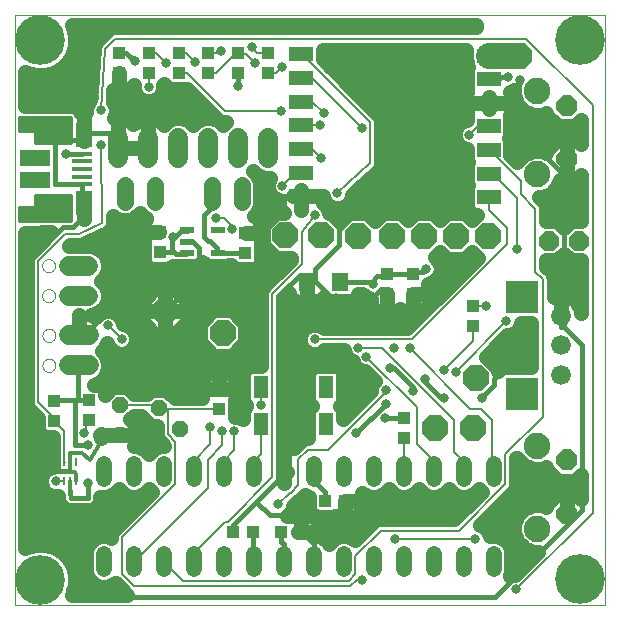
<source format=gbl>
G75*
%MOIN*%
%OFA0B0*%
%FSLAX24Y24*%
%IPPOS*%
%LPD*%
%AMOC8*
5,1,8,0,0,1.08239X$1,22.5*
%
%ADD10C,0.0000*%
%ADD11R,0.0551X0.0630*%
%ADD12R,0.0394X0.0433*%
%ADD13R,0.0433X0.0394*%
%ADD14OC8,0.0850*%
%ADD15R,0.0472X0.0217*%
%ADD16C,0.0520*%
%ADD17R,0.0512X0.0748*%
%ADD18R,0.0112X0.0276*%
%ADD19R,0.0673X0.0157*%
%ADD20R,0.0575X0.0787*%
%ADD21R,0.0984X0.0541*%
%ADD22C,0.0160*%
%ADD23C,0.0560*%
%ADD24OC8,0.0660*%
%ADD25OC8,0.0700*%
%ADD26C,0.0885*%
%ADD27C,0.0660*%
%ADD28R,0.1102X0.1102*%
%ADD29C,0.0660*%
%ADD30C,0.0650*%
%ADD31R,0.0787X0.0512*%
%ADD32OC8,0.0560*%
%ADD33OC8,0.0520*%
%ADD34C,0.0317*%
%ADD35C,0.0120*%
%ADD36C,0.0500*%
%ADD37C,0.0080*%
%ADD38C,0.0860*%
%ADD39C,0.1660*%
D10*
X000350Y000350D02*
X000350Y020035D01*
X020035Y020035D01*
X020035Y000350D01*
X000350Y000350D01*
X001267Y008344D02*
X001269Y008373D01*
X001275Y008401D01*
X001284Y008429D01*
X001297Y008455D01*
X001314Y008478D01*
X001333Y008500D01*
X001355Y008519D01*
X001380Y008534D01*
X001406Y008547D01*
X001434Y008555D01*
X001462Y008560D01*
X001491Y008561D01*
X001520Y008558D01*
X001548Y008551D01*
X001575Y008541D01*
X001601Y008527D01*
X001624Y008510D01*
X001645Y008490D01*
X001663Y008467D01*
X001678Y008442D01*
X001689Y008415D01*
X001697Y008387D01*
X001701Y008358D01*
X001701Y008330D01*
X001697Y008301D01*
X001689Y008273D01*
X001678Y008246D01*
X001663Y008221D01*
X001645Y008198D01*
X001624Y008178D01*
X001601Y008161D01*
X001575Y008147D01*
X001548Y008137D01*
X001520Y008130D01*
X001491Y008127D01*
X001462Y008128D01*
X001434Y008133D01*
X001406Y008141D01*
X001380Y008154D01*
X001355Y008169D01*
X001333Y008188D01*
X001314Y008210D01*
X001297Y008233D01*
X001284Y008259D01*
X001275Y008287D01*
X001269Y008315D01*
X001267Y008344D01*
X001267Y009344D02*
X001269Y009373D01*
X001275Y009401D01*
X001284Y009429D01*
X001297Y009455D01*
X001314Y009478D01*
X001333Y009500D01*
X001355Y009519D01*
X001380Y009534D01*
X001406Y009547D01*
X001434Y009555D01*
X001462Y009560D01*
X001491Y009561D01*
X001520Y009558D01*
X001548Y009551D01*
X001575Y009541D01*
X001601Y009527D01*
X001624Y009510D01*
X001645Y009490D01*
X001663Y009467D01*
X001678Y009442D01*
X001689Y009415D01*
X001697Y009387D01*
X001701Y009358D01*
X001701Y009330D01*
X001697Y009301D01*
X001689Y009273D01*
X001678Y009246D01*
X001663Y009221D01*
X001645Y009198D01*
X001624Y009178D01*
X001601Y009161D01*
X001575Y009147D01*
X001548Y009137D01*
X001520Y009130D01*
X001491Y009127D01*
X001462Y009128D01*
X001434Y009133D01*
X001406Y009141D01*
X001380Y009154D01*
X001355Y009169D01*
X001333Y009188D01*
X001314Y009210D01*
X001297Y009233D01*
X001284Y009259D01*
X001275Y009287D01*
X001269Y009315D01*
X001267Y009344D01*
X001259Y010670D02*
X001261Y010699D01*
X001267Y010727D01*
X001276Y010755D01*
X001289Y010781D01*
X001306Y010804D01*
X001325Y010826D01*
X001347Y010845D01*
X001372Y010860D01*
X001398Y010873D01*
X001426Y010881D01*
X001454Y010886D01*
X001483Y010887D01*
X001512Y010884D01*
X001540Y010877D01*
X001567Y010867D01*
X001593Y010853D01*
X001616Y010836D01*
X001637Y010816D01*
X001655Y010793D01*
X001670Y010768D01*
X001681Y010741D01*
X001689Y010713D01*
X001693Y010684D01*
X001693Y010656D01*
X001689Y010627D01*
X001681Y010599D01*
X001670Y010572D01*
X001655Y010547D01*
X001637Y010524D01*
X001616Y010504D01*
X001593Y010487D01*
X001567Y010473D01*
X001540Y010463D01*
X001512Y010456D01*
X001483Y010453D01*
X001454Y010454D01*
X001426Y010459D01*
X001398Y010467D01*
X001372Y010480D01*
X001347Y010495D01*
X001325Y010514D01*
X001306Y010536D01*
X001289Y010559D01*
X001276Y010585D01*
X001267Y010613D01*
X001261Y010641D01*
X001259Y010670D01*
X001259Y011670D02*
X001261Y011699D01*
X001267Y011727D01*
X001276Y011755D01*
X001289Y011781D01*
X001306Y011804D01*
X001325Y011826D01*
X001347Y011845D01*
X001372Y011860D01*
X001398Y011873D01*
X001426Y011881D01*
X001454Y011886D01*
X001483Y011887D01*
X001512Y011884D01*
X001540Y011877D01*
X001567Y011867D01*
X001593Y011853D01*
X001616Y011836D01*
X001637Y011816D01*
X001655Y011793D01*
X001670Y011768D01*
X001681Y011741D01*
X001689Y011713D01*
X001693Y011684D01*
X001693Y011656D01*
X001689Y011627D01*
X001681Y011599D01*
X001670Y011572D01*
X001655Y011547D01*
X001637Y011524D01*
X001616Y011504D01*
X001593Y011487D01*
X001567Y011473D01*
X001540Y011463D01*
X001512Y011456D01*
X001483Y011453D01*
X001454Y011454D01*
X001426Y011459D01*
X001398Y011467D01*
X001372Y011480D01*
X001347Y011495D01*
X001325Y011514D01*
X001306Y011536D01*
X001289Y011559D01*
X001276Y011585D01*
X001267Y011613D01*
X001261Y011641D01*
X001259Y011670D01*
D11*
X010094Y011135D03*
X011197Y011135D03*
D12*
X012755Y011381D03*
X012755Y010712D03*
X013618Y010708D03*
X013618Y011377D03*
X008032Y012093D03*
X008032Y012762D03*
X005179Y012786D03*
X005179Y012117D03*
X003814Y018089D03*
X003814Y018758D03*
X006789Y018758D03*
X006789Y018089D03*
D13*
X007787Y018089D03*
X007787Y018758D03*
X008807Y018758D03*
X008807Y018089D03*
X005812Y018089D03*
X005812Y018758D03*
X004812Y018758D03*
X004812Y018089D03*
X015613Y010319D03*
X015613Y009650D03*
X013327Y006585D03*
X013327Y005916D03*
X011372Y003824D03*
X010703Y003824D03*
X009905Y002795D03*
X009236Y002795D03*
X008277Y002805D03*
X007608Y002805D03*
X002812Y006508D03*
X001669Y006501D03*
X001669Y007170D03*
X002812Y007177D03*
X007156Y006893D03*
X007156Y007562D03*
D14*
X007280Y009422D03*
X005350Y010143D03*
X009367Y012677D03*
X010565Y012684D03*
X011781Y012670D03*
X012939Y012664D03*
X014000Y012659D03*
X015063Y012654D03*
X016128Y012653D03*
X015714Y007923D03*
X015630Y006269D03*
X014371Y006258D03*
X017168Y018666D03*
D15*
X007119Y012844D03*
X006095Y012844D03*
X006095Y012470D03*
X006095Y012096D03*
X007119Y012096D03*
D16*
X007317Y005065D02*
X007317Y004545D01*
X006317Y004545D02*
X006317Y005065D01*
X005317Y005065D02*
X005317Y004545D01*
X004317Y004545D02*
X004317Y005065D01*
X003317Y005065D02*
X003317Y004545D01*
X003317Y002065D02*
X003317Y001545D01*
X004317Y001545D02*
X004317Y002065D01*
X005317Y002065D02*
X005317Y001545D01*
X006317Y001545D02*
X006317Y002065D01*
X007317Y002065D02*
X007317Y001545D01*
X008317Y001545D02*
X008317Y002065D01*
X009317Y002065D02*
X009317Y001545D01*
X010317Y001545D02*
X010317Y002065D01*
X011317Y002065D02*
X011317Y001545D01*
X012317Y001545D02*
X012317Y002065D01*
X013317Y002065D02*
X013317Y001545D01*
X014317Y001545D02*
X014317Y002065D01*
X015317Y002065D02*
X015317Y001545D01*
X016317Y001545D02*
X016317Y002065D01*
X016317Y004545D02*
X016317Y005065D01*
X015317Y005065D02*
X015317Y004545D01*
X014317Y004545D02*
X014317Y005065D01*
X013317Y005065D02*
X013317Y004545D01*
X012317Y004545D02*
X012317Y005065D01*
X011317Y005065D02*
X011317Y004545D01*
X010317Y004545D02*
X010317Y005065D01*
X009317Y005065D02*
X009317Y004545D01*
X008317Y004545D02*
X008317Y005065D01*
D17*
X008549Y006375D03*
X008549Y007635D03*
X010714Y007635D03*
X010714Y006375D03*
D18*
X002401Y005134D03*
X002204Y005134D03*
X002007Y005134D03*
X002007Y004484D03*
X002204Y004484D03*
X002401Y004484D03*
D19*
X002598Y014382D03*
X002598Y014638D03*
X002598Y014894D03*
X002598Y015150D03*
X002598Y015406D03*
D20*
X002649Y016036D03*
X002649Y013752D03*
D21*
X001011Y014525D03*
X001011Y015263D03*
D22*
X001069Y015779D02*
X002179Y015779D01*
X002179Y016596D01*
X001167Y016596D01*
X001169Y016595D01*
X000539Y016595D01*
X000537Y016200D01*
X001069Y016200D01*
X002179Y016200D01*
X002179Y016042D02*
X001069Y016042D01*
X001069Y016200D02*
X001069Y015779D01*
X001069Y015883D02*
X002179Y015883D01*
X002649Y015850D02*
X001689Y015850D01*
X001689Y014382D01*
X002598Y014382D01*
X002594Y014381D01*
X002594Y013752D01*
X002649Y013752D01*
X002649Y013752D01*
X002594Y013752D02*
X002594Y013256D01*
X002279Y012941D01*
X001956Y012941D01*
X000909Y011893D01*
X000909Y004815D01*
X002204Y004815D01*
X002796Y004434D02*
X002796Y003934D01*
X002208Y003934D01*
X002208Y003957D01*
X002206Y004042D01*
X002207Y004168D01*
X000909Y004815D02*
X000909Y003358D01*
X003641Y000626D01*
X016350Y000626D01*
X019263Y003539D01*
X019263Y009011D01*
X018665Y009610D01*
X018568Y009610D01*
X018568Y009996D01*
X018665Y009610D02*
X018665Y014681D01*
X017169Y016177D01*
X017169Y017728D01*
X017185Y017744D01*
X017185Y017854D01*
X016783Y017948D02*
X016555Y017948D01*
X016500Y017893D01*
X016145Y017893D01*
X016145Y017886D01*
X016004Y017153D02*
X016145Y017099D01*
X016145Y017106D01*
X016145Y017099D01*
X016004Y017153D01*
X012397Y017515D02*
X012397Y014114D01*
X011242Y012958D01*
X010492Y013987D01*
X009895Y013987D01*
X008850Y013987D01*
X008850Y013350D01*
X008350Y013350D01*
X008350Y012850D01*
X008032Y012850D01*
X008032Y012762D01*
X008032Y012093D02*
X008027Y012090D01*
X007122Y012090D01*
X007119Y012096D01*
X007106Y012177D01*
X007106Y012256D01*
X006870Y012492D01*
X006783Y012492D01*
X006641Y012633D01*
X006641Y013366D01*
X006909Y013633D01*
X006909Y014059D01*
X006916Y014063D01*
X006095Y012844D02*
X006090Y012838D01*
X005885Y012838D01*
X005641Y012594D01*
X005618Y012618D01*
X005641Y012594D02*
X005594Y012547D01*
X005594Y012114D01*
X005185Y012114D01*
X005179Y012117D01*
X005594Y012114D02*
X005673Y012114D01*
X005712Y012074D01*
X006074Y012074D01*
X006090Y012090D01*
X006095Y012096D01*
X006295Y012468D02*
X006492Y012271D01*
X006492Y011287D01*
X005350Y010145D01*
X005350Y010143D01*
X005271Y010114D01*
X003437Y010114D01*
X002673Y009350D01*
X002492Y009350D01*
X002484Y009344D01*
X002484Y009350D01*
X002484Y008344D02*
X002468Y008263D01*
X002468Y007177D01*
X002346Y007177D01*
X002346Y005704D01*
X002796Y005704D01*
X003350Y006030D02*
X003849Y006030D01*
X002812Y007177D02*
X002807Y007177D01*
X002468Y007177D01*
X002346Y007177D02*
X001673Y007177D01*
X001669Y007170D01*
X002484Y008342D02*
X002484Y008344D01*
X009130Y010649D02*
X009130Y004964D01*
X009317Y004805D01*
X009200Y005027D01*
X009317Y004805D01*
X009311Y004799D01*
X009311Y004712D01*
X008399Y003801D01*
X008399Y003795D01*
X008850Y003350D01*
X009850Y003350D01*
X009850Y002795D01*
X009905Y002795D01*
X009909Y002791D01*
X010311Y002389D01*
X010311Y001807D01*
X010317Y001805D01*
X009326Y001815D02*
X009326Y002381D01*
X009240Y002468D01*
X009240Y002791D01*
X009236Y002795D01*
X008279Y002799D02*
X008277Y002805D01*
X008279Y002799D02*
X008279Y001838D01*
X008311Y001807D01*
X008317Y001805D01*
X009317Y001805D02*
X009319Y001807D01*
X009326Y001815D01*
X007610Y002807D02*
X007608Y002805D01*
X007610Y002807D02*
X007610Y003011D01*
X008399Y003801D01*
X010319Y004500D02*
X010319Y004799D01*
X010317Y004805D01*
X010319Y004500D02*
X010696Y004122D01*
X010696Y003830D01*
X010703Y003824D01*
X011736Y006082D02*
X012720Y007067D01*
X012689Y006578D02*
X013326Y006578D01*
X013327Y006585D01*
X014019Y007783D02*
X014547Y007256D01*
X014665Y007256D01*
X013610Y007500D02*
X013610Y007626D01*
X012988Y008248D01*
X012870Y008248D01*
X014019Y007901D02*
X014019Y007783D01*
X015917Y007256D02*
X015988Y007326D01*
X015988Y007366D01*
X016319Y007696D01*
X016319Y007901D01*
X017334Y008917D01*
X013074Y010137D02*
X012752Y010460D01*
X012752Y010696D01*
X012744Y010704D01*
X012744Y010712D01*
X012752Y010720D01*
X012752Y010878D01*
X012563Y010878D01*
X012263Y010578D01*
X011051Y010578D01*
X010555Y010578D02*
X010405Y010578D01*
X010098Y010885D01*
X010098Y011122D01*
X010106Y011130D01*
X010106Y011137D01*
X010098Y011145D01*
X010098Y011366D01*
X010090Y011374D01*
X009854Y011374D01*
X009130Y010649D01*
X010358Y011153D02*
X012011Y009500D01*
X012720Y009500D01*
X012287Y011059D02*
X012256Y011137D01*
X012437Y011319D01*
X012712Y011319D01*
X012755Y011381D01*
X012759Y011381D01*
X013618Y011381D01*
X013618Y011377D01*
X013657Y011452D01*
X013948Y011452D01*
X014059Y011563D01*
X012256Y011137D02*
X011200Y011137D01*
X011197Y011135D01*
X010358Y011153D02*
X010358Y011547D01*
X011153Y012342D01*
X011153Y012870D01*
X011242Y012958D01*
X006295Y012468D02*
X006098Y012468D01*
X006095Y012470D01*
X002179Y013185D02*
X001167Y013185D01*
X001165Y013184D01*
X000535Y013184D01*
X000537Y013581D01*
X001069Y013581D01*
X001069Y014002D01*
X002179Y014002D01*
X002179Y013185D01*
X002179Y013189D02*
X000535Y013189D01*
X000536Y013347D02*
X002179Y013347D01*
X002179Y013506D02*
X000537Y013506D01*
X001069Y013664D02*
X002179Y013664D01*
X002179Y013823D02*
X001069Y013823D01*
X001069Y013981D02*
X002179Y013981D01*
X002063Y015405D02*
X002594Y015405D01*
X002598Y015406D01*
X002649Y015850D02*
X002649Y016036D01*
X002649Y016100D01*
X003100Y016100D01*
X003850Y016089D01*
X003804Y015589D01*
X002179Y016359D02*
X000538Y016359D01*
X000538Y016517D02*
X002179Y016517D01*
X004350Y018476D02*
X004074Y018752D01*
X003815Y018752D01*
X003814Y018758D01*
X007787Y018089D02*
X007791Y018082D01*
X007791Y017641D01*
D23*
X007916Y014343D02*
X007916Y013783D01*
X006916Y013783D02*
X006916Y014343D01*
X005021Y014350D02*
X005021Y013790D01*
X004021Y013790D02*
X004021Y014350D01*
D24*
X018157Y012502D03*
X019157Y012502D03*
D25*
X018753Y015208D03*
X018753Y016988D03*
X018753Y005177D03*
X018753Y003397D03*
D26*
X017773Y002907D03*
X017773Y005667D03*
X017773Y014718D03*
X017773Y017478D03*
D27*
X018568Y009996D03*
X018568Y009011D03*
X018568Y008027D03*
D28*
X017268Y007397D03*
X017268Y010626D03*
D29*
X008804Y015259D02*
X008804Y015919D01*
X007804Y015919D02*
X007804Y015259D01*
X006804Y015259D02*
X006804Y015919D01*
X005804Y015919D02*
X005804Y015259D01*
X004804Y015259D02*
X004804Y015919D01*
X003804Y015919D02*
X003804Y015259D01*
D30*
X002801Y011670D02*
X002151Y011670D01*
X002151Y010670D02*
X002801Y010670D01*
X002809Y009344D02*
X002160Y009344D01*
X002160Y008344D02*
X002809Y008344D01*
D31*
X009895Y013987D03*
X009895Y014774D03*
X009895Y015561D03*
X009895Y016349D03*
X009895Y017136D03*
X009895Y017924D03*
X009895Y018711D03*
X016145Y018674D03*
X016145Y017886D03*
X016145Y017099D03*
X016145Y016311D03*
X016145Y015524D03*
X016145Y014737D03*
X016145Y013949D03*
D32*
X005153Y006930D03*
X005853Y006230D03*
D33*
X003849Y006030D03*
X003849Y007030D03*
D34*
X002665Y006082D03*
X002796Y005704D03*
X002796Y004434D03*
X001712Y004484D03*
X006870Y006303D03*
X007271Y006145D03*
X007673Y006145D03*
X008547Y007019D03*
X011736Y006082D03*
X012689Y006578D03*
X012720Y007067D03*
X012720Y007523D03*
X013610Y007500D03*
X014019Y007901D03*
X014641Y008193D03*
X015043Y008137D03*
X014665Y007256D03*
X015917Y007256D03*
X017334Y008917D03*
X016736Y009830D03*
X016074Y010326D03*
X014059Y011563D03*
X012287Y011059D03*
X011051Y010578D03*
X010555Y010578D03*
X012720Y009500D03*
X012988Y008933D03*
X013523Y008909D03*
X012870Y008248D03*
X012074Y008633D03*
X011799Y008933D03*
X010342Y009216D03*
X013074Y010137D03*
X017106Y012224D03*
X011100Y014082D03*
X010350Y013350D03*
X009271Y014334D03*
X010563Y015256D03*
X010531Y016342D03*
X010649Y016744D03*
X011909Y016271D03*
X012397Y017515D03*
X009263Y018279D03*
X008374Y018413D03*
X008248Y018941D03*
X007224Y018838D03*
X006350Y018460D03*
X005389Y018421D03*
X004350Y018476D03*
X004815Y017633D03*
X003224Y016850D03*
X003224Y015704D03*
X002063Y015405D03*
X007043Y013263D03*
X007594Y012901D03*
X005618Y012618D03*
X003460Y009681D03*
X003917Y009224D03*
X009133Y003708D03*
X013027Y002555D03*
X011917Y001200D03*
X015704Y002555D03*
X017067Y000885D03*
X015507Y016035D03*
X016783Y017948D03*
X017185Y017854D03*
X009210Y016815D03*
X007791Y017641D03*
D35*
X003350Y006030D02*
X002850Y005179D01*
X002600Y005429D01*
X002204Y005429D01*
X002204Y005134D01*
X002204Y004815D01*
X002204Y004799D01*
X002350Y004799D01*
X002401Y004734D01*
X002401Y004484D01*
X002204Y004484D02*
X002205Y004215D01*
X002207Y004168D01*
D36*
X001796Y003995D02*
X001795Y003964D01*
X001798Y003959D01*
X001798Y003953D01*
X001798Y003852D01*
X001860Y003701D01*
X001975Y003586D01*
X002126Y003524D01*
X002878Y003524D01*
X003028Y003586D01*
X003144Y003701D01*
X003206Y003852D01*
X003206Y003955D01*
X003435Y003955D01*
X003651Y004045D01*
X003817Y004211D01*
X003983Y004045D01*
X004200Y003955D01*
X004435Y003955D01*
X004651Y004045D01*
X004817Y004211D01*
X004910Y004118D01*
X003619Y002827D01*
X003563Y002691D01*
X003563Y002602D01*
X003435Y002655D01*
X003200Y002655D01*
X002983Y002565D01*
X002817Y002399D01*
X002727Y002183D01*
X002727Y001428D01*
X002817Y001211D01*
X002983Y001045D01*
X003200Y000955D01*
X003435Y000955D01*
X003651Y001045D01*
X003703Y001096D01*
X003723Y001076D01*
X004099Y000700D01*
X002251Y000700D01*
X002281Y000752D01*
X002360Y001047D01*
X002360Y001353D01*
X002281Y001648D01*
X002128Y001912D01*
X001912Y002128D01*
X001648Y002281D01*
X001353Y002360D01*
X001047Y002360D01*
X000752Y002281D01*
X000700Y002251D01*
X000700Y012774D01*
X001106Y012774D01*
X001128Y012768D01*
X001187Y012774D01*
X001246Y012774D01*
X001249Y012775D01*
X001551Y012775D01*
X000800Y012024D01*
X000744Y011888D01*
X000744Y011741D01*
X000744Y007064D01*
X000800Y006928D01*
X000904Y006824D01*
X001123Y006605D01*
X001123Y006238D01*
X001173Y006117D01*
X001266Y006024D01*
X001387Y005974D01*
X001634Y005974D01*
X001634Y005367D01*
X001621Y005337D01*
X001621Y005150D01*
X001612Y005064D01*
X001621Y005033D01*
X001621Y004972D01*
X001615Y004972D01*
X001436Y004898D01*
X001298Y004761D01*
X001224Y004581D01*
X001224Y004387D01*
X001298Y004207D01*
X001436Y004070D01*
X001615Y003995D01*
X001796Y003995D01*
X001803Y003840D02*
X000700Y003840D01*
X000700Y003341D02*
X004133Y003341D01*
X004631Y003840D02*
X003201Y003840D01*
X003634Y002843D02*
X000700Y002843D01*
X000700Y002344D02*
X000988Y002344D01*
X001412Y002344D02*
X002794Y002344D01*
X002727Y001846D02*
X002167Y001846D01*
X002360Y001347D02*
X002761Y001347D01*
X002307Y000849D02*
X003950Y000849D01*
X009438Y003322D02*
X009548Y003432D01*
X009622Y003611D01*
X009622Y003673D01*
X009718Y003770D01*
X009772Y003792D01*
X009876Y003896D01*
X010013Y004033D01*
X010157Y003973D01*
X010157Y003561D01*
X010207Y003440D01*
X010300Y003347D01*
X010421Y003297D01*
X010985Y003297D01*
X011012Y003308D01*
X011054Y003290D01*
X011121Y003277D01*
X011372Y003277D01*
X011372Y003824D01*
X011372Y003824D01*
X011939Y003824D01*
X011939Y004055D01*
X011931Y004098D01*
X011983Y004045D01*
X012200Y003955D01*
X012435Y003955D01*
X012651Y004045D01*
X012817Y004211D01*
X012983Y004045D01*
X013200Y003955D01*
X013435Y003955D01*
X013651Y004045D01*
X013817Y004211D01*
X013983Y004045D01*
X014200Y003955D01*
X014435Y003955D01*
X014651Y004045D01*
X014817Y004211D01*
X014983Y004045D01*
X015200Y003955D01*
X015435Y003955D01*
X015651Y004045D01*
X015817Y004211D01*
X015910Y004118D01*
X015000Y003208D01*
X012473Y003208D01*
X012337Y003152D01*
X011701Y002516D01*
X011651Y002565D01*
X011435Y002655D01*
X011200Y002655D01*
X010983Y002565D01*
X010824Y002406D01*
X010783Y002463D01*
X010715Y002531D01*
X010637Y002587D01*
X010551Y002631D01*
X010471Y002657D01*
X010471Y002795D01*
X009905Y002795D01*
X009905Y002795D01*
X009782Y002795D01*
X009782Y002795D01*
X009905Y002795D01*
X009905Y002795D01*
X010471Y002795D01*
X010471Y003027D01*
X010458Y003094D01*
X010432Y003158D01*
X010393Y003215D01*
X010345Y003264D01*
X010287Y003302D01*
X010224Y003329D01*
X010156Y003342D01*
X009905Y003342D01*
X009905Y002795D01*
X009905Y002795D01*
X009905Y003342D01*
X009654Y003342D01*
X009586Y003329D01*
X009544Y003311D01*
X009518Y003322D01*
X009438Y003322D01*
X009457Y003341D02*
X009648Y003341D01*
X009905Y003341D02*
X009905Y003341D01*
X010162Y003341D02*
X010315Y003341D01*
X010157Y003840D02*
X009819Y003840D01*
X009317Y004415D02*
X009317Y004805D01*
X009295Y004805D01*
X009295Y004805D01*
X009317Y004805D01*
X009317Y004805D01*
X009317Y004805D01*
X009317Y004415D01*
X009317Y004415D01*
X009317Y004805D02*
X009437Y004805D01*
X009437Y004805D01*
X009317Y004805D01*
X009317Y005675D01*
X009295Y005675D01*
X009295Y010575D01*
X009475Y010755D01*
X009482Y010718D01*
X009509Y010654D01*
X009547Y010596D01*
X009596Y010548D01*
X009653Y010509D01*
X009717Y010483D01*
X009784Y010470D01*
X010094Y010470D01*
X010094Y011135D01*
X010094Y011135D01*
X010094Y010470D01*
X010404Y010470D01*
X010472Y010483D01*
X010536Y010509D01*
X010593Y010548D01*
X010642Y010596D01*
X010656Y010618D01*
X010734Y010540D01*
X010856Y010490D01*
X011538Y010490D01*
X011659Y010540D01*
X011752Y010633D01*
X011791Y010727D01*
X011928Y010727D01*
X012010Y010645D01*
X012190Y010570D01*
X012209Y010570D01*
X012209Y010461D01*
X012222Y010393D01*
X012248Y010329D01*
X012287Y010272D01*
X012335Y010223D01*
X012393Y010185D01*
X012457Y010158D01*
X012524Y010145D01*
X012755Y010145D01*
X012755Y010712D01*
X012755Y010712D01*
X012755Y010145D01*
X012987Y010145D01*
X013054Y010158D01*
X013118Y010185D01*
X013175Y010223D01*
X013185Y010233D01*
X013198Y010220D01*
X013255Y010181D01*
X013319Y010155D01*
X013387Y010142D01*
X013618Y010142D01*
X013849Y010142D01*
X013917Y010155D01*
X013981Y010181D01*
X014038Y010220D01*
X014087Y010268D01*
X014125Y010326D01*
X014151Y010389D01*
X014165Y010457D01*
X014165Y010708D01*
X013618Y010708D01*
X013618Y010708D01*
X013618Y010142D01*
X013618Y010708D01*
X013618Y010708D01*
X014165Y010708D01*
X014165Y010959D01*
X014151Y011027D01*
X014134Y011069D01*
X014136Y011074D01*
X014156Y011074D01*
X014335Y011149D01*
X014473Y011286D01*
X014547Y011465D01*
X014547Y011660D01*
X014473Y011839D01*
X014360Y011952D01*
X014529Y012120D01*
X014750Y011899D01*
X015375Y011899D01*
X015595Y012118D01*
X015776Y011937D01*
X013425Y009586D01*
X010663Y009586D01*
X010619Y009630D01*
X010439Y009705D01*
X010245Y009705D01*
X010065Y009630D01*
X009928Y009493D01*
X009854Y009313D01*
X009854Y009119D01*
X009928Y008939D01*
X010065Y008802D01*
X010245Y008728D01*
X010439Y008728D01*
X010619Y008802D01*
X010663Y008846D01*
X011310Y008846D01*
X011310Y008836D01*
X011385Y008656D01*
X011522Y008519D01*
X011608Y008483D01*
X011660Y008357D01*
X011798Y008219D01*
X011977Y008145D01*
X012040Y008145D01*
X012345Y007839D01*
X012306Y007800D01*
X012232Y007620D01*
X012232Y007503D01*
X011300Y006571D01*
X011300Y006815D01*
X011250Y006936D01*
X011181Y007005D01*
X011250Y007074D01*
X011300Y007195D01*
X011300Y008074D01*
X011250Y008196D01*
X011157Y008289D01*
X011036Y008339D01*
X010393Y008339D01*
X010271Y008289D01*
X010178Y008196D01*
X010128Y008074D01*
X010128Y007195D01*
X010178Y007074D01*
X010247Y007005D01*
X010178Y006936D01*
X010128Y006815D01*
X010128Y005935D01*
X010139Y005909D01*
X010056Y005909D01*
X009920Y005853D01*
X009647Y005580D01*
X009637Y005587D01*
X009551Y005631D01*
X009460Y005660D01*
X009365Y005675D01*
X009317Y005675D01*
X009317Y004805D01*
X009317Y004805D01*
X009317Y004805D01*
X009317Y004837D02*
X009317Y004837D01*
X009317Y005335D02*
X009317Y005335D01*
X009295Y005834D02*
X009901Y005834D01*
X010128Y006332D02*
X009295Y006332D01*
X009295Y006831D02*
X010135Y006831D01*
X010128Y007329D02*
X009295Y007329D01*
X009295Y007828D02*
X010128Y007828D01*
X010362Y008326D02*
X009295Y008326D01*
X008555Y008339D02*
X008227Y008339D01*
X008106Y008289D01*
X008013Y008196D01*
X007963Y008074D01*
X007963Y007195D01*
X008013Y007074D01*
X008058Y007029D01*
X008058Y006981D01*
X008013Y006936D01*
X007963Y006815D01*
X007963Y006546D01*
X007950Y006559D01*
X007770Y006634D01*
X007703Y006634D01*
X007703Y007156D01*
X007684Y007202D01*
X007710Y007264D01*
X007723Y007331D01*
X007723Y007562D01*
X007156Y007562D01*
X006590Y007562D01*
X006590Y007331D01*
X006603Y007264D01*
X006603Y007263D01*
X005682Y007263D01*
X005405Y007540D01*
X004900Y007540D01*
X004757Y007397D01*
X004316Y007397D01*
X004093Y007620D01*
X003604Y007620D01*
X003359Y007374D01*
X003359Y007439D01*
X003309Y007561D01*
X003216Y007654D01*
X003094Y007704D01*
X002975Y007704D01*
X003180Y007789D01*
X003364Y007973D01*
X003464Y008214D01*
X003464Y008474D01*
X003364Y008715D01*
X003249Y008831D01*
X003255Y008836D01*
X003318Y008898D01*
X003372Y008968D01*
X003416Y009045D01*
X003439Y009101D01*
X003503Y008947D01*
X003640Y008810D01*
X003820Y008736D01*
X004014Y008736D01*
X004194Y008810D01*
X004331Y008947D01*
X004405Y009127D01*
X004405Y009321D01*
X004331Y009501D01*
X004194Y009638D01*
X004014Y009712D01*
X003952Y009712D01*
X003949Y009716D01*
X003949Y009778D01*
X003874Y009957D01*
X003737Y010095D01*
X003557Y010169D01*
X003363Y010169D01*
X003184Y010095D01*
X003059Y009971D01*
X003027Y009984D01*
X002941Y010007D01*
X002878Y010016D01*
X002931Y010016D01*
X003172Y010115D01*
X003356Y010299D01*
X003456Y010540D01*
X003456Y010801D01*
X003356Y011041D01*
X003227Y011170D01*
X003356Y011299D01*
X003456Y011540D01*
X003456Y011801D01*
X003356Y012041D01*
X003172Y012225D01*
X002931Y012325D01*
X002148Y012325D01*
X002188Y012366D01*
X002419Y012366D01*
X002428Y012363D01*
X002492Y012366D01*
X002557Y012366D01*
X002566Y012369D01*
X002575Y012370D01*
X002633Y012397D01*
X002693Y012422D01*
X002700Y012428D01*
X003415Y012765D01*
X003478Y012792D01*
X003482Y012796D01*
X003487Y012798D01*
X003533Y012848D01*
X003580Y012897D01*
X003582Y012903D01*
X003586Y012907D01*
X003609Y012971D01*
X003634Y013034D01*
X003634Y013040D01*
X003636Y013046D01*
X003633Y013113D01*
X003630Y013318D01*
X003675Y013273D01*
X003899Y013180D01*
X004142Y013180D01*
X004366Y013273D01*
X004521Y013427D01*
X004675Y013273D01*
X004734Y013249D01*
X004711Y013226D01*
X004672Y013168D01*
X004646Y013105D01*
X004633Y013037D01*
X004633Y012786D01*
X004633Y012535D01*
X004646Y012467D01*
X004664Y012425D01*
X004653Y012399D01*
X004653Y011835D01*
X004703Y011713D01*
X004796Y011621D01*
X004917Y011570D01*
X005442Y011570D01*
X005563Y011621D01*
X005614Y011671D01*
X005631Y011664D01*
X005778Y011664D01*
X005793Y011658D01*
X006397Y011658D01*
X006518Y011708D01*
X006607Y011797D01*
X006696Y011708D01*
X006817Y011658D01*
X007421Y011658D01*
X007475Y011680D01*
X007564Y011680D01*
X007648Y011596D01*
X007769Y011546D01*
X008294Y011546D01*
X008415Y011596D01*
X008508Y011689D01*
X008559Y011810D01*
X008559Y012375D01*
X008548Y012401D01*
X008565Y012443D01*
X008579Y012511D01*
X008579Y012762D01*
X008579Y013013D01*
X008565Y013081D01*
X008539Y013144D01*
X008500Y013202D01*
X008452Y013250D01*
X008394Y013289D01*
X008331Y013315D01*
X008314Y013318D01*
X008433Y013437D01*
X008526Y013662D01*
X008526Y014464D01*
X008433Y014688D01*
X008300Y014822D01*
X008304Y014826D01*
X008430Y014700D01*
X008673Y014599D01*
X008852Y014599D01*
X008783Y014431D01*
X008783Y014237D01*
X008857Y014058D01*
X008995Y013920D01*
X009151Y013855D01*
X009151Y013696D01*
X009165Y013629D01*
X009191Y013565D01*
X009229Y013507D01*
X009278Y013459D01*
X009318Y013432D01*
X009054Y013432D01*
X008612Y012990D01*
X008612Y012364D01*
X009054Y011922D01*
X009547Y011922D01*
X009547Y011873D01*
X008715Y011042D01*
X008611Y010938D01*
X008555Y010802D01*
X008555Y008339D01*
X008196Y008326D02*
X003464Y008326D01*
X003219Y007828D02*
X006597Y007828D01*
X006603Y007861D02*
X006590Y007794D01*
X006590Y007562D01*
X007156Y007562D01*
X007156Y007562D01*
X007156Y008109D01*
X006905Y008109D01*
X006838Y008096D01*
X006774Y008069D01*
X006717Y008031D01*
X006668Y007982D01*
X006630Y007925D01*
X006603Y007861D01*
X007156Y007828D02*
X007156Y007828D01*
X007156Y007562D02*
X007156Y008109D01*
X007407Y008109D01*
X007475Y008096D01*
X007539Y008069D01*
X007596Y008031D01*
X007645Y007982D01*
X007683Y007925D01*
X007710Y007861D01*
X007723Y007794D01*
X007723Y007562D01*
X007156Y007562D01*
X007156Y007562D01*
X007156Y007562D01*
X006590Y007329D02*
X005616Y007329D01*
X004900Y006320D02*
X004562Y006657D01*
X004310Y006657D01*
X004197Y006544D01*
X004459Y006283D01*
X004459Y006030D01*
X003849Y006030D01*
X003849Y006030D01*
X004459Y006030D01*
X004459Y005777D01*
X004337Y005655D01*
X004435Y005655D01*
X004651Y005565D01*
X004817Y005400D01*
X004983Y005565D01*
X005200Y005655D01*
X005333Y005655D01*
X005243Y005745D01*
X005139Y005849D01*
X005082Y005985D01*
X005082Y006320D01*
X004900Y006320D01*
X004887Y006332D02*
X004410Y006332D01*
X003849Y006030D02*
X003849Y006030D01*
X003239Y006030D01*
X003239Y005912D01*
X003210Y005981D01*
X003176Y006015D01*
X003216Y006031D01*
X003239Y006054D01*
X003239Y006030D01*
X003849Y006030D01*
X004459Y005834D02*
X005154Y005834D01*
X007703Y006831D02*
X007969Y006831D01*
X007963Y007329D02*
X007723Y007329D01*
X007716Y007828D02*
X007963Y007828D01*
X007593Y008667D02*
X006967Y008667D01*
X006525Y009109D01*
X006525Y009735D01*
X006967Y010177D01*
X007593Y010177D01*
X008035Y009735D01*
X008035Y009109D01*
X007593Y008667D01*
X007750Y008825D02*
X008555Y008825D01*
X008555Y009323D02*
X008035Y009323D01*
X007948Y009822D02*
X008555Y009822D01*
X008555Y010320D02*
X006125Y010320D01*
X006125Y010464D02*
X006125Y010143D01*
X005350Y010143D01*
X005350Y010143D01*
X005350Y009368D01*
X005671Y009368D01*
X006125Y009822D01*
X006125Y010143D01*
X005350Y010143D01*
X005350Y010143D01*
X005350Y009368D01*
X005029Y009368D01*
X004575Y009822D01*
X004575Y010143D01*
X005350Y010143D01*
X005350Y010143D01*
X005350Y010918D01*
X005671Y010918D01*
X006125Y010464D01*
X005770Y010819D02*
X008562Y010819D01*
X009295Y010320D02*
X012255Y010320D01*
X012755Y010320D02*
X012755Y010320D01*
X013618Y010320D02*
X013618Y010320D01*
X014121Y010320D02*
X014159Y010320D01*
X014165Y010819D02*
X014657Y010819D01*
X014486Y011317D02*
X015156Y011317D01*
X015654Y011816D02*
X014483Y011816D01*
X014534Y013193D02*
X014313Y013414D01*
X013688Y013414D01*
X013472Y013199D01*
X013251Y013419D01*
X012626Y013419D01*
X012363Y013156D01*
X012094Y013425D01*
X011469Y013425D01*
X011181Y013137D01*
X010878Y013439D01*
X010838Y013439D01*
X010838Y013447D01*
X010764Y013627D01*
X010638Y013752D01*
X010638Y013920D01*
X010686Y013806D01*
X010823Y013668D01*
X011003Y013594D01*
X011197Y013594D01*
X011377Y013668D01*
X011514Y013806D01*
X011588Y013985D01*
X011588Y014028D01*
X012394Y014765D01*
X012402Y014769D01*
X012448Y014815D01*
X012497Y014859D01*
X012500Y014867D01*
X012506Y014873D01*
X012531Y014933D01*
X012559Y014992D01*
X012559Y015001D01*
X012563Y015009D01*
X012563Y015074D01*
X012565Y015139D01*
X012563Y015147D01*
X012563Y016526D01*
X012506Y016662D01*
X012402Y016766D01*
X010618Y018550D01*
X010618Y018870D01*
X015404Y018870D01*
X015385Y018824D01*
X015385Y018741D01*
X015370Y018654D01*
X015385Y018587D01*
X015385Y018522D01*
X015418Y018444D01*
X015421Y018428D01*
X015421Y018352D01*
X015451Y018280D01*
X015421Y018208D01*
X015421Y017565D01*
X015440Y017519D01*
X015415Y017457D01*
X015401Y017389D01*
X015401Y017099D01*
X016145Y017099D01*
X016145Y017099D01*
X016145Y017300D01*
X016145Y017300D01*
X016145Y017099D01*
X016888Y017099D01*
X016888Y017389D01*
X016875Y017457D01*
X016874Y017460D01*
X016880Y017460D01*
X017001Y017510D01*
X017001Y017324D01*
X017118Y017040D01*
X017336Y016823D01*
X017620Y016706D01*
X017927Y016706D01*
X018073Y016766D01*
X018073Y016706D01*
X018472Y016308D01*
X019035Y016308D01*
X019240Y016513D01*
X019240Y015712D01*
X019043Y015908D01*
X018753Y015908D01*
X018463Y015908D01*
X018053Y015498D01*
X018053Y015438D01*
X017927Y015491D01*
X017620Y015491D01*
X017336Y015373D01*
X017118Y015156D01*
X017106Y015125D01*
X016868Y015363D01*
X016868Y015845D01*
X016839Y015918D01*
X016868Y015990D01*
X016868Y016633D01*
X016849Y016679D01*
X016875Y016741D01*
X016888Y016808D01*
X016888Y017099D01*
X016145Y017099D01*
X016145Y017099D01*
X016145Y017099D01*
X016145Y016897D01*
X016145Y016897D01*
X016145Y017099D01*
X016145Y017099D01*
X015401Y017099D01*
X015401Y016808D01*
X015415Y016741D01*
X015440Y016679D01*
X015421Y016633D01*
X015421Y016523D01*
X015410Y016523D01*
X015231Y016449D01*
X015093Y016312D01*
X015019Y016132D01*
X015019Y015938D01*
X015093Y015758D01*
X015231Y015621D01*
X015410Y015547D01*
X015421Y015547D01*
X015421Y015202D01*
X015451Y015130D01*
X015421Y015058D01*
X015421Y014415D01*
X015451Y014343D01*
X015421Y014271D01*
X015421Y013628D01*
X015471Y013506D01*
X015564Y013413D01*
X015685Y013363D01*
X015770Y013363D01*
X015595Y013189D01*
X015375Y013409D01*
X014750Y013409D01*
X014534Y013193D01*
X014416Y013311D02*
X014652Y013311D01*
X015421Y013810D02*
X011516Y013810D01*
X011355Y013311D02*
X011006Y013311D01*
X010684Y013810D02*
X010638Y013810D01*
X010612Y013986D02*
X009895Y013986D01*
X009895Y013527D01*
X009895Y013986D01*
X009895Y013986D01*
X009895Y013987D01*
X009895Y013987D01*
X009895Y014188D01*
X009895Y014188D01*
X009895Y013987D01*
X010612Y013987D01*
X010612Y013986D01*
X009895Y013987D02*
X009614Y013987D01*
X009614Y013986D01*
X009895Y013986D01*
X009895Y013987D01*
X009895Y013810D02*
X009895Y013810D01*
X009895Y013527D02*
X009895Y013527D01*
X009151Y013810D02*
X008526Y013810D01*
X008340Y013311D02*
X008933Y013311D01*
X008612Y012813D02*
X008579Y012813D01*
X008579Y012762D02*
X008065Y012762D01*
X008065Y012762D01*
X008579Y012762D01*
X008559Y012314D02*
X008662Y012314D01*
X008559Y011816D02*
X009489Y011816D01*
X008991Y011317D02*
X003363Y011317D01*
X003450Y011816D02*
X004661Y011816D01*
X004653Y012314D02*
X002958Y012314D01*
X003500Y012813D02*
X004633Y012813D01*
X004633Y012786D02*
X005159Y012786D01*
X004633Y012786D01*
X005159Y012786D02*
X005159Y012786D01*
X004637Y013311D02*
X004405Y013311D01*
X003637Y013311D02*
X003630Y013311D01*
X002649Y013311D02*
X002649Y013311D01*
X002649Y013222D02*
X002649Y013222D01*
X002649Y013752D01*
X002649Y013752D01*
X002649Y013222D01*
X001090Y012314D02*
X000700Y012314D01*
X000700Y011816D02*
X000744Y011816D01*
X000744Y011317D02*
X000700Y011317D01*
X000700Y010819D02*
X000744Y010819D01*
X000744Y010320D02*
X000700Y010320D01*
X000700Y009822D02*
X000744Y009822D01*
X000744Y009323D02*
X000700Y009323D01*
X000700Y008825D02*
X000744Y008825D01*
X000744Y008326D02*
X000700Y008326D01*
X000700Y007828D02*
X000744Y007828D01*
X000744Y007329D02*
X000700Y007329D01*
X000700Y006831D02*
X000897Y006831D01*
X000700Y006332D02*
X001123Y006332D01*
X000700Y005834D02*
X001634Y005834D01*
X001621Y005335D02*
X000700Y005335D01*
X000700Y004837D02*
X001374Y004837D01*
X001244Y004338D02*
X000700Y004338D01*
X003255Y008825D02*
X003626Y008825D01*
X004208Y008825D02*
X006810Y008825D01*
X006525Y009323D02*
X004405Y009323D01*
X004575Y009822D02*
X003931Y009822D01*
X004575Y010143D02*
X005350Y010143D01*
X005350Y010143D01*
X005350Y010918D01*
X005029Y010918D01*
X004575Y010464D01*
X004575Y010143D01*
X004575Y010320D02*
X003365Y010320D01*
X003448Y010819D02*
X004929Y010819D01*
X005350Y010819D02*
X005350Y010819D01*
X005350Y010320D02*
X005350Y010320D01*
X005350Y009822D02*
X005350Y009822D01*
X006124Y009822D02*
X006612Y009822D01*
X009295Y009822D02*
X013660Y009822D01*
X011315Y008825D02*
X010641Y008825D01*
X010043Y008825D02*
X009295Y008825D01*
X009295Y009323D02*
X009858Y009323D01*
X011067Y008326D02*
X011691Y008326D01*
X011300Y007828D02*
X012334Y007828D01*
X012058Y007329D02*
X011300Y007329D01*
X011293Y006831D02*
X011559Y006831D01*
X016067Y008638D02*
X016771Y009342D01*
X016833Y009342D01*
X017012Y009416D01*
X017150Y009554D01*
X017224Y009733D01*
X017224Y009744D01*
X017571Y009744D01*
X017571Y008278D01*
X016652Y008278D01*
X016530Y008228D01*
X016469Y008167D01*
X016469Y008235D01*
X016067Y008638D01*
X016253Y008825D02*
X017571Y008825D01*
X017571Y009323D02*
X016752Y009323D01*
X016378Y008326D02*
X017571Y008326D01*
X018568Y009996D02*
X018568Y010676D01*
X018568Y009996D01*
X018568Y009996D01*
X018568Y010320D02*
X018568Y010320D01*
X018787Y010641D02*
X018869Y010607D01*
X018946Y010562D01*
X019017Y010508D01*
X019080Y010445D01*
X019134Y010374D01*
X019179Y010297D01*
X019213Y010215D01*
X019236Y010129D01*
X019240Y010099D01*
X019240Y011842D01*
X018884Y011842D01*
X018657Y012068D01*
X018430Y011842D01*
X018074Y011842D01*
X018074Y011621D01*
X018150Y011546D01*
X018254Y011441D01*
X018311Y011305D01*
X018311Y010625D01*
X018349Y010641D01*
X018435Y010664D01*
X018523Y010676D01*
X018568Y010676D01*
X018612Y010676D01*
X018701Y010664D01*
X018787Y010641D01*
X019240Y010819D02*
X018311Y010819D01*
X019166Y010320D02*
X019240Y010320D01*
X019240Y011317D02*
X018306Y011317D01*
X018074Y011816D02*
X019240Y011816D01*
X018657Y012935D02*
X018430Y013162D01*
X018074Y013162D01*
X018074Y013628D01*
X018018Y013764D01*
X017914Y013868D01*
X017837Y013946D01*
X017927Y013946D01*
X018211Y014063D01*
X018428Y014280D01*
X018523Y014508D01*
X018753Y014508D01*
X018753Y015208D01*
X018753Y015208D01*
X018753Y015908D01*
X018753Y015208D01*
X018753Y015208D01*
X018753Y014508D01*
X019043Y014508D01*
X019240Y014705D01*
X019240Y013162D01*
X018884Y013162D01*
X018657Y012935D01*
X018074Y013311D02*
X019240Y013311D01*
X019240Y013810D02*
X017973Y013810D01*
X017914Y013868D02*
X017914Y013868D01*
X018440Y014308D02*
X019240Y014308D01*
X018753Y014807D02*
X018753Y014807D01*
X018753Y015305D02*
X018753Y015305D01*
X018753Y015804D02*
X018753Y015804D01*
X018359Y015804D02*
X016868Y015804D01*
X016868Y016302D02*
X019240Y016302D01*
X019240Y015804D02*
X019148Y015804D01*
X017268Y015305D02*
X016926Y015305D01*
X015421Y015305D02*
X012563Y015305D01*
X012440Y014807D02*
X015421Y014807D01*
X015437Y014308D02*
X011895Y014308D01*
X012208Y013311D02*
X012518Y013311D01*
X013359Y013311D02*
X013584Y013311D01*
X015473Y013311D02*
X015718Y013311D01*
X015075Y015804D02*
X012563Y015804D01*
X012563Y016302D02*
X015089Y016302D01*
X015403Y016801D02*
X012368Y016801D01*
X011869Y017299D02*
X015401Y017299D01*
X016145Y017299D02*
X016145Y017299D01*
X016888Y017299D02*
X017011Y017299D01*
X016887Y016801D02*
X017390Y016801D01*
X015421Y017798D02*
X011371Y017798D01*
X010872Y018296D02*
X015444Y018296D01*
X015385Y018795D02*
X010618Y018795D01*
X007178Y016479D02*
X006935Y016579D01*
X006673Y016579D01*
X006430Y016479D01*
X006304Y016352D01*
X006178Y016479D01*
X005935Y016579D01*
X005673Y016579D01*
X005430Y016479D01*
X005318Y016366D01*
X005316Y016368D01*
X005253Y016431D01*
X005183Y016486D01*
X005105Y016530D01*
X005023Y016564D01*
X004937Y016587D01*
X004849Y016599D01*
X004804Y016599D01*
X004804Y015589D01*
X004484Y015589D01*
X003804Y015589D01*
X003804Y015589D01*
X004804Y015589D01*
X004804Y015589D01*
X004804Y015589D01*
X004804Y016599D01*
X004759Y016599D01*
X004671Y016587D01*
X004585Y016564D01*
X004503Y016530D01*
X004425Y016486D01*
X004355Y016431D01*
X004304Y016381D01*
X004253Y016431D01*
X004183Y016486D01*
X004105Y016530D01*
X004023Y016564D01*
X003937Y016587D01*
X003849Y016599D01*
X003804Y016599D01*
X003804Y015589D01*
X003804Y015589D01*
X003804Y016599D01*
X003759Y016599D01*
X003671Y016587D01*
X003641Y016579D01*
X003712Y016753D01*
X003712Y016947D01*
X003638Y017127D01*
X003613Y017151D01*
X003636Y017522D01*
X003814Y017522D01*
X004045Y017522D01*
X004113Y017536D01*
X004176Y017562D01*
X004234Y017601D01*
X004283Y017649D01*
X004318Y017703D01*
X004326Y017695D01*
X004326Y017536D01*
X004400Y017357D01*
X004538Y017219D01*
X004717Y017145D01*
X004912Y017145D01*
X005091Y017219D01*
X005229Y017357D01*
X005303Y017536D01*
X005303Y017700D01*
X005308Y017705D01*
X005312Y017715D01*
X005316Y017705D01*
X005409Y017612D01*
X005530Y017562D01*
X006094Y017562D01*
X006095Y017562D01*
X007156Y016501D01*
X007292Y016445D01*
X007396Y016445D01*
X007304Y016352D01*
X007178Y016479D01*
X006857Y016801D02*
X003712Y016801D01*
X003623Y017299D02*
X004458Y017299D01*
X003814Y017522D02*
X003814Y018089D01*
X003814Y018089D01*
X003814Y017522D01*
X003814Y017798D02*
X003814Y017798D01*
X002912Y017798D02*
X000700Y017798D01*
X000753Y018094D02*
X001048Y018015D01*
X001353Y018015D01*
X001648Y018094D01*
X001913Y018247D01*
X002129Y018463D01*
X002282Y018727D01*
X002361Y019022D01*
X002361Y019328D01*
X002282Y019623D01*
X002246Y019685D01*
X015738Y019685D01*
X015738Y019610D01*
X003631Y019610D01*
X003495Y019553D01*
X003391Y019449D01*
X003096Y019155D01*
X003050Y019114D01*
X003045Y019103D01*
X003036Y019095D01*
X003013Y019038D01*
X002985Y018982D01*
X002985Y018970D01*
X002980Y018959D01*
X002980Y018897D01*
X002874Y017191D01*
X002810Y017127D01*
X002736Y016947D01*
X002736Y016779D01*
X002649Y016779D01*
X002546Y016779D01*
X002526Y016828D01*
X002411Y016943D01*
X002260Y017006D01*
X001188Y017006D01*
X001129Y017012D01*
X001108Y017006D01*
X001085Y017006D01*
X001083Y017005D01*
X000700Y017005D01*
X000700Y018125D01*
X000753Y018094D01*
X000700Y017299D02*
X002881Y017299D01*
X002736Y016801D02*
X002538Y016801D01*
X002649Y016779D02*
X002649Y016036D01*
X002649Y016036D01*
X002649Y016779D01*
X002649Y016302D02*
X002649Y016302D01*
X002649Y016036D02*
X002649Y015815D01*
X002649Y015815D01*
X002649Y016036D01*
X002649Y016036D01*
X003804Y015804D02*
X003804Y015804D01*
X003804Y016302D02*
X003804Y016302D01*
X004804Y016302D02*
X004804Y016302D01*
X004804Y015804D02*
X004804Y015804D01*
X005171Y017299D02*
X006358Y017299D01*
X002943Y018296D02*
X001962Y018296D01*
X002300Y018795D02*
X002974Y018795D01*
X003234Y019293D02*
X002361Y019293D01*
X003391Y019449D02*
X003391Y019449D01*
X008315Y014807D02*
X008323Y014807D01*
X008526Y014308D02*
X008783Y014308D01*
X010094Y010819D02*
X010094Y010819D01*
X002484Y010016D02*
X002484Y009344D01*
X002484Y010016D01*
X002484Y010016D01*
X002484Y009822D02*
X002484Y009822D01*
X002484Y009344D02*
X002484Y009344D01*
X011372Y003824D02*
X011372Y003824D01*
X011372Y003277D01*
X011623Y003277D01*
X011691Y003290D01*
X011755Y003317D01*
X011812Y003355D01*
X011861Y003404D01*
X011899Y003461D01*
X011925Y003525D01*
X011939Y003593D01*
X011939Y003824D01*
X011372Y003824D01*
X011939Y003840D02*
X015631Y003840D01*
X015133Y003341D02*
X011791Y003341D01*
X011372Y003341D02*
X011372Y003341D01*
X012028Y002843D02*
X010471Y002843D01*
X009905Y002843D02*
X009905Y002843D01*
X015858Y003020D02*
X017018Y004180D01*
X017074Y004316D01*
X017074Y005244D01*
X017101Y005271D01*
X017118Y005229D01*
X017336Y005012D01*
X017620Y004895D01*
X017927Y004895D01*
X018073Y004955D01*
X018073Y004895D01*
X018472Y004497D01*
X019035Y004497D01*
X019240Y004702D01*
X019240Y003900D01*
X019043Y004097D01*
X018753Y004097D01*
X018463Y004097D01*
X018053Y003687D01*
X018053Y003627D01*
X017927Y003680D01*
X017620Y003680D01*
X017336Y003562D01*
X017118Y003345D01*
X017001Y003061D01*
X017001Y002753D01*
X017118Y002469D01*
X017336Y002252D01*
X017620Y002135D01*
X017792Y002135D01*
X017032Y001374D01*
X016969Y001374D01*
X016867Y001332D01*
X016907Y001428D01*
X016907Y002183D01*
X016817Y002399D01*
X016651Y002565D01*
X016435Y002655D01*
X016200Y002655D01*
X016193Y002652D01*
X016118Y002831D01*
X015981Y002969D01*
X015858Y003020D01*
X016107Y002843D02*
X017001Y002843D01*
X016840Y002344D02*
X017244Y002344D01*
X017503Y001846D02*
X016907Y001846D01*
X016905Y001347D02*
X016874Y001347D01*
X017117Y003341D02*
X016179Y003341D01*
X016678Y003840D02*
X018206Y003840D01*
X018753Y003840D02*
X018753Y003840D01*
X018753Y004097D02*
X018753Y003397D01*
X018753Y003397D01*
X018753Y004097D01*
X019240Y004338D02*
X017074Y004338D01*
X017074Y004837D02*
X018132Y004837D01*
D37*
X016704Y004389D02*
X015153Y002838D01*
X012547Y002838D01*
X011704Y001996D01*
X011704Y001389D01*
X011476Y001161D01*
X005956Y001161D01*
X005319Y001799D01*
X005317Y001805D01*
X006317Y001805D02*
X006319Y001807D01*
X006319Y002106D01*
X007342Y003130D01*
X007444Y003130D01*
X008925Y004610D01*
X008925Y010728D01*
X009917Y011720D01*
X009917Y012807D01*
X010350Y013350D01*
X011100Y014082D02*
X012193Y015082D01*
X012193Y016452D01*
X009941Y018704D01*
X009901Y018704D01*
X009895Y018711D01*
X009263Y018279D02*
X009074Y018090D01*
X008807Y018090D01*
X008807Y018089D01*
X008374Y018413D02*
X008051Y018736D01*
X007822Y018736D01*
X007787Y018758D01*
X007783Y018752D01*
X007720Y018752D01*
X007059Y018090D01*
X006791Y018090D01*
X006789Y018089D01*
X006350Y018460D02*
X006059Y018752D01*
X005815Y018752D01*
X005812Y018758D01*
X005389Y018421D02*
X005059Y018752D01*
X004815Y018752D01*
X004812Y018758D01*
X004812Y018089D02*
X004815Y018082D01*
X004815Y017633D01*
X005815Y018082D02*
X005812Y018089D01*
X005815Y018082D02*
X006098Y018082D01*
X007366Y016815D01*
X009210Y016815D01*
X009895Y017136D02*
X009901Y017130D01*
X010263Y017130D01*
X010649Y016744D01*
X010531Y016342D02*
X009901Y016342D01*
X009895Y016349D01*
X009895Y015561D02*
X009901Y015555D01*
X010263Y015555D01*
X010563Y015256D01*
X009895Y014774D02*
X009893Y014767D01*
X009704Y014767D01*
X009271Y014334D01*
X007594Y013004D02*
X007334Y013263D01*
X007043Y013263D01*
X007594Y013004D02*
X007594Y012901D01*
X003263Y013102D02*
X003224Y015704D01*
X003224Y016850D02*
X003350Y018885D01*
X003704Y019240D01*
X017381Y019240D01*
X019610Y017011D01*
X019610Y003429D01*
X017067Y000885D01*
X015704Y002555D02*
X013027Y002555D01*
X011917Y001200D02*
X011744Y001200D01*
X011539Y000996D01*
X004326Y000996D01*
X003933Y001389D01*
X003933Y002618D01*
X005704Y004389D01*
X005704Y005807D01*
X005452Y006059D01*
X005452Y006893D01*
X007153Y006893D01*
X007156Y006893D01*
X006870Y006303D02*
X006870Y005720D01*
X006319Y005169D01*
X006319Y004807D01*
X006317Y004805D01*
X006791Y005200D02*
X006791Y004271D01*
X004319Y001799D01*
X004317Y001805D01*
X002007Y004484D02*
X001964Y004484D01*
X001712Y004484D01*
X002004Y004484D02*
X002007Y004484D01*
X001988Y005098D02*
X002007Y005134D01*
X002004Y005177D01*
X002004Y006169D01*
X001673Y006500D01*
X001669Y006501D01*
X001657Y006539D01*
X001657Y006594D01*
X001114Y007137D01*
X001114Y011815D01*
X002035Y012736D01*
X002484Y012736D01*
X003263Y013102D01*
X003460Y009681D02*
X003917Y009224D01*
X003849Y007030D02*
X003854Y007027D01*
X005027Y007027D01*
X005114Y006941D01*
X005153Y006930D01*
X005153Y006925D01*
X005185Y006893D01*
X005452Y006893D01*
X007271Y006145D02*
X007271Y005681D01*
X006791Y005200D01*
X007319Y005169D02*
X007319Y004807D01*
X007317Y004805D01*
X007319Y005169D02*
X007673Y005523D01*
X007673Y006145D01*
X008547Y006374D02*
X008549Y006375D01*
X008547Y006374D02*
X008547Y005397D01*
X008319Y005169D01*
X008319Y004807D01*
X008317Y004805D01*
X009133Y003708D02*
X009531Y004106D01*
X009563Y004106D01*
X009807Y004350D01*
X009807Y005216D01*
X010130Y005539D01*
X010791Y005539D01*
X012720Y007468D01*
X012720Y007523D01*
X013744Y006964D02*
X013744Y005728D01*
X014311Y005161D01*
X014311Y004807D01*
X014317Y004805D01*
X015004Y005468D02*
X015311Y005161D01*
X015311Y004807D01*
X015317Y004805D01*
X015004Y005468D02*
X015004Y006515D01*
X012586Y008933D01*
X011799Y008933D01*
X012074Y008633D02*
X013744Y006964D01*
X015043Y008137D02*
X016736Y009830D01*
X016074Y010326D02*
X015618Y010326D01*
X015613Y010319D01*
X015613Y009650D02*
X015610Y009649D01*
X015610Y009161D01*
X014641Y008193D01*
X013523Y008909D02*
X015531Y006901D01*
X015885Y006901D01*
X016256Y006531D01*
X016256Y004862D01*
X016311Y004807D01*
X016317Y004805D01*
X016704Y004389D02*
X016704Y005397D01*
X017941Y006633D01*
X017941Y011232D01*
X017704Y011468D01*
X017704Y013555D01*
X017208Y014051D01*
X017208Y014500D01*
X016185Y015523D01*
X016145Y015523D01*
X016145Y015524D01*
X016145Y014737D02*
X016145Y014736D01*
X016295Y014736D01*
X017106Y013925D01*
X017106Y012224D01*
X016759Y012397D02*
X013578Y009216D01*
X010342Y009216D01*
X008549Y007635D02*
X008547Y007633D01*
X008547Y007019D01*
X013327Y005916D02*
X013326Y005909D01*
X013326Y004815D01*
X013319Y004807D01*
X013317Y004805D01*
X002812Y006508D02*
X002807Y006507D01*
X002728Y006429D01*
X002728Y006224D01*
X002665Y006161D01*
X002665Y006082D01*
X002011Y005137D02*
X002007Y005134D01*
X016145Y013523D02*
X016759Y012909D01*
X016759Y012397D01*
X016145Y013523D02*
X016145Y013948D01*
X016145Y013949D01*
X015507Y016035D02*
X015783Y016311D01*
X016137Y016311D01*
X016145Y016311D01*
X011909Y016271D02*
X010263Y017917D01*
X009901Y017917D01*
X009895Y017924D01*
X008807Y018758D02*
X008799Y018759D01*
X008429Y018759D01*
X008248Y018941D01*
X007224Y018838D02*
X007145Y018759D01*
X006791Y018759D01*
X006789Y018758D01*
D38*
X016145Y018673D02*
X016145Y018674D01*
X016145Y018673D02*
X017161Y018673D01*
X017168Y018666D01*
D39*
X019182Y019177D03*
X001201Y019175D03*
X001200Y001200D03*
X019179Y001212D03*
M02*

</source>
